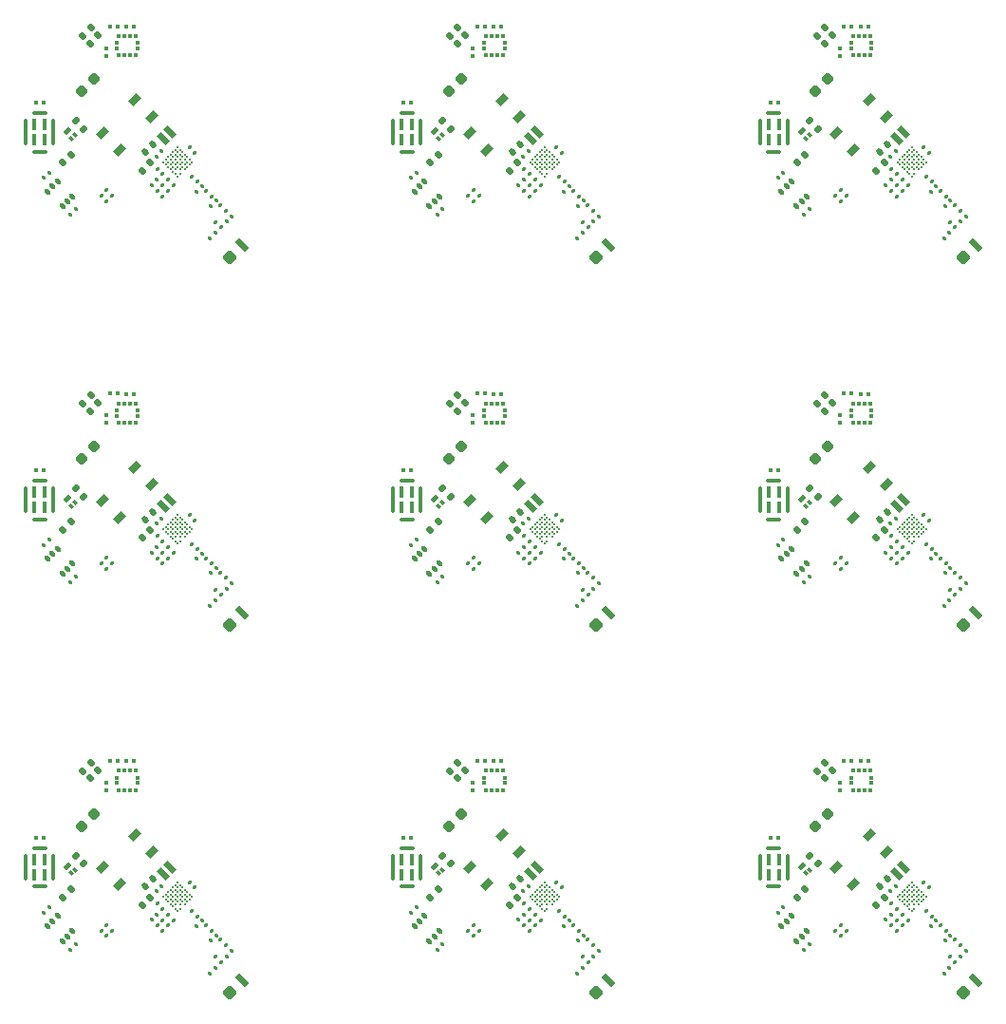
<source format=gtp>
%TF.GenerationSoftware,KiCad,Pcbnew,9.0.0-rc2-3baa6cd791~182~ubuntu24.04.1*%
%TF.CreationDate,2025-01-31T11:47:19-05:00*%
%TF.ProjectId,PCA20073_nRF54L15_Tiny_Board,50434132-3030-4373-935f-6e524635344c,rev?*%
%TF.SameCoordinates,Original*%
%TF.FileFunction,Paste,Top*%
%TF.FilePolarity,Positive*%
%FSLAX45Y45*%
G04 Gerber Fmt 4.5, Leading zero omitted, Abs format (unit mm)*
G04 Created by KiCad (PCBNEW 9.0.0-rc2-3baa6cd791~182~ubuntu24.04.1) date 2025-01-31 11:47:19*
%MOMM*%
%LPD*%
G01*
G04 APERTURE LIST*
G04 Aperture macros list*
%AMRoundRect*
0 Rectangle with rounded corners*
0 $1 Rounding radius*
0 $2 $3 $4 $5 $6 $7 $8 $9 X,Y pos of 4 corners*
0 Add a 4 corners polygon primitive as box body*
4,1,4,$2,$3,$4,$5,$6,$7,$8,$9,$2,$3,0*
0 Add four circle primitives for the rounded corners*
1,1,$1+$1,$2,$3*
1,1,$1+$1,$4,$5*
1,1,$1+$1,$6,$7*
1,1,$1+$1,$8,$9*
0 Add four rect primitives between the rounded corners*
20,1,$1+$1,$2,$3,$4,$5,0*
20,1,$1+$1,$4,$5,$6,$7,0*
20,1,$1+$1,$6,$7,$8,$9,0*
20,1,$1+$1,$8,$9,$2,$3,0*%
%AMRotRect*
0 Rectangle, with rotation*
0 The origin of the aperture is its center*
0 $1 length*
0 $2 width*
0 $3 Rotation angle, in degrees counterclockwise*
0 Add horizontal line*
21,1,$1,$2,0,0,$3*%
G04 Aperture macros list end*
%ADD10RoundRect,0.079500X-0.127279X-0.014849X-0.014849X-0.127279X0.127279X0.014849X0.014849X0.127279X0*%
%ADD11RoundRect,0.079500X-0.100500X0.079500X-0.100500X-0.079500X0.100500X-0.079500X0.100500X0.079500X0*%
%ADD12RoundRect,0.079500X-0.014849X0.127279X-0.127279X0.014849X0.014849X-0.127279X0.127279X-0.014849X0*%
%ADD13RoundRect,0.079500X-0.079500X-0.100500X0.079500X-0.100500X0.079500X0.100500X-0.079500X0.100500X0*%
%ADD14RoundRect,0.135000X-0.226274X-0.035355X-0.035355X-0.226274X0.226274X0.035355X0.035355X0.226274X0*%
%ADD15RoundRect,0.079500X0.127279X0.014849X0.014849X0.127279X-0.127279X-0.014849X-0.014849X-0.127279X0*%
%ADD16RoundRect,0.079500X0.014849X-0.127279X0.127279X-0.014849X-0.014849X0.127279X-0.127279X0.014849X0*%
%ADD17RoundRect,0.135000X-0.035355X0.226274X-0.226274X0.035355X0.035355X-0.226274X0.226274X-0.035355X0*%
%ADD18C,0.200000*%
%ADD19RoundRect,0.140000X-0.021213X0.219203X-0.219203X0.021213X0.021213X-0.219203X0.219203X-0.021213X0*%
%ADD20RoundRect,0.075000X-0.282843X0.530330X-0.530330X0.282843X0.282843X-0.530330X0.530330X-0.282843X0*%
%ADD21RoundRect,0.150000X0.000000X0.494975X-0.494975X0.000000X0.000000X-0.494975X0.494975X0.000000X0*%
%ADD22RotRect,0.250000X0.400000X45.000000*%
%ADD23RotRect,0.700000X0.400000X45.000000*%
%ADD24RoundRect,0.100000X-0.229810X0.088388X0.088388X-0.229810X0.229810X-0.088388X-0.088388X0.229810X0*%
%ADD25RoundRect,0.147500X0.017678X-0.226274X0.226274X-0.017678X-0.017678X0.226274X-0.226274X0.017678X0*%
%ADD26RotRect,0.575000X1.114000X45.000000*%
%ADD27RoundRect,0.060000X-0.140000X-0.415000X0.140000X-0.415000X0.140000X0.415000X-0.140000X0.415000X0*%
%ADD28RoundRect,0.052500X-0.122500X1.097500X-0.122500X-1.097500X0.122500X-1.097500X0.122500X1.097500X0*%
%ADD29RoundRect,0.052500X0.597500X0.122500X-0.597500X0.122500X-0.597500X-0.122500X0.597500X-0.122500X0*%
%ADD30RoundRect,0.079500X0.079500X0.100500X-0.079500X0.100500X-0.079500X-0.100500X0.079500X-0.100500X0*%
%ADD31RoundRect,0.218750X0.026517X-0.335876X0.335876X-0.026517X-0.026517X0.335876X-0.335876X0.026517X0*%
%ADD32RoundRect,0.033000X0.132000X-0.162000X0.132000X0.162000X-0.132000X0.162000X-0.132000X-0.162000X0*%
%ADD33RoundRect,0.033000X0.162000X-0.132000X0.162000X0.132000X-0.162000X0.132000X-0.162000X-0.132000X0*%
%ADD34C,0.150000*%
%ADD35RotRect,1.050000X0.650000X45.000000*%
G04 APERTURE END LIST*
D10*
%TO.C,C2*%
X11806265Y-5089570D03*
X11855056Y-5138361D03*
%TD*%
%TO.C,C12*%
X11855763Y-5040073D03*
X11904553Y-5088863D03*
%TD*%
D11*
%TO.C,C16*%
X17900014Y-3817011D03*
X17900014Y-3886011D03*
%TD*%
D10*
%TO.C,L2*%
X12116417Y-4961315D03*
X12165207Y-5010106D03*
%TD*%
D12*
%TO.C,C4*%
X14118498Y-11476414D03*
X14069708Y-11525205D03*
%TD*%
D10*
%TO.C,C2*%
X11806265Y-11639318D03*
X11855056Y-11688108D03*
%TD*%
D11*
%TO.C,C16*%
X11350266Y-7091885D03*
X11350266Y-7160885D03*
%TD*%
D13*
%TO.C,C20*%
X10726039Y-10855221D03*
X10795039Y-10855221D03*
%TD*%
D14*
%TO.C,R1*%
X14354318Y-7740861D03*
X14426443Y-7812985D03*
%TD*%
D10*
%TO.C,C2*%
X11806265Y-8364444D03*
X11855056Y-8413234D03*
%TD*%
D12*
%TO.C,C6*%
X15481093Y-8322456D03*
X15432302Y-8371246D03*
%TD*%
D15*
%TO.C,C1*%
X15130637Y-8215952D03*
X15081846Y-8167161D03*
%TD*%
D16*
%TO.C,FB1*%
X11755354Y-5037952D03*
X11804144Y-4989161D03*
%TD*%
D17*
%TO.C,JP3*%
X14489375Y-6912839D03*
X14417251Y-6984963D03*
%TD*%
D12*
%TO.C,C11*%
X15121444Y-11284350D03*
X15072654Y-11333140D03*
%TD*%
D18*
%TO.C,U1*%
X18539323Y-8234789D03*
X18518110Y-8213576D03*
X18496897Y-8192362D03*
X18475684Y-8171149D03*
X18454470Y-8149936D03*
X18433257Y-8128723D03*
X18412044Y-8107510D03*
X18560536Y-8213576D03*
X18518110Y-8171149D03*
X18496897Y-8149936D03*
X18475684Y-8128723D03*
X18454470Y-8107510D03*
X18433257Y-8086296D03*
X18560536Y-8171149D03*
X18539323Y-8149936D03*
X18518110Y-8128723D03*
X18496897Y-8107510D03*
X18475684Y-8086296D03*
X18454470Y-8065083D03*
X18602963Y-8171149D03*
X18581750Y-8149936D03*
X18560536Y-8128723D03*
X18539323Y-8107510D03*
X18518110Y-8086296D03*
X18496897Y-8065083D03*
X18475684Y-8043870D03*
X18624176Y-8149936D03*
X18602963Y-8128723D03*
X18581750Y-8107510D03*
X18560536Y-8086296D03*
X18539323Y-8065083D03*
X18518110Y-8043870D03*
X18496897Y-8022657D03*
X18645389Y-8128723D03*
X18624176Y-8107510D03*
X18602963Y-8086296D03*
X18581750Y-8065083D03*
X18560536Y-8043870D03*
X18539323Y-8022657D03*
X18518110Y-8001444D03*
X18666602Y-8107510D03*
X18645389Y-8086296D03*
X18624176Y-8065083D03*
X18602963Y-8043870D03*
X18581750Y-8022657D03*
X18560536Y-8001444D03*
X18539323Y-7980230D03*
%TD*%
D12*
%TO.C,C4*%
X17393372Y-4926667D03*
X17344581Y-4975457D03*
%TD*%
D10*
%TO.C,L3*%
X12243696Y-8363468D03*
X12292486Y-8412259D03*
%TD*%
%TO.C,R2*%
X17857234Y-11683597D03*
X17906024Y-11732387D03*
%TD*%
D19*
%TO.C,C10*%
X15043040Y-4673876D03*
X14975158Y-4741759D03*
%TD*%
D10*
%TO.C,L2*%
X12116417Y-8236189D03*
X12165207Y-8284979D03*
%TD*%
D12*
%TO.C,C9*%
X18883246Y-8449735D03*
X18834455Y-8498526D03*
%TD*%
D18*
%TO.C,U1*%
X11989576Y-8234789D03*
X11968362Y-8213576D03*
X11947149Y-8192362D03*
X11925936Y-8171149D03*
X11904723Y-8149936D03*
X11883510Y-8128723D03*
X11862296Y-8107510D03*
X12010789Y-8213576D03*
X11968362Y-8171149D03*
X11947149Y-8149936D03*
X11925936Y-8128723D03*
X11904723Y-8107510D03*
X11883510Y-8086296D03*
X12010789Y-8171149D03*
X11989576Y-8149936D03*
X11968362Y-8128723D03*
X11947149Y-8107510D03*
X11925936Y-8086296D03*
X11904723Y-8065083D03*
X12053215Y-8171149D03*
X12032002Y-8149936D03*
X12010789Y-8128723D03*
X11989576Y-8107510D03*
X11968362Y-8086296D03*
X11947149Y-8065083D03*
X11925936Y-8043870D03*
X12074429Y-8149936D03*
X12053215Y-8128723D03*
X12032002Y-8107510D03*
X12010789Y-8086296D03*
X11989576Y-8065083D03*
X11968362Y-8043870D03*
X11947149Y-8022657D03*
X12095642Y-8128723D03*
X12074429Y-8107510D03*
X12053215Y-8086296D03*
X12032002Y-8065083D03*
X12010789Y-8043870D03*
X11989576Y-8022657D03*
X11968362Y-8001444D03*
X12116855Y-8107510D03*
X12095642Y-8086296D03*
X12074429Y-8065083D03*
X12053215Y-8043870D03*
X12032002Y-8022657D03*
X12010789Y-8001444D03*
X11989576Y-7980230D03*
%TD*%
D10*
%TO.C,R3*%
X14631858Y-8359225D03*
X14680648Y-8408016D03*
%TD*%
D18*
%TO.C,U1*%
X18539323Y-11509663D03*
X18518110Y-11488449D03*
X18496897Y-11467236D03*
X18475684Y-11446023D03*
X18454470Y-11424810D03*
X18433257Y-11403596D03*
X18412044Y-11382383D03*
X18560536Y-11488449D03*
X18518110Y-11446023D03*
X18496897Y-11424810D03*
X18475684Y-11403596D03*
X18454470Y-11382383D03*
X18433257Y-11361170D03*
X18560536Y-11446023D03*
X18539323Y-11424810D03*
X18518110Y-11403596D03*
X18496897Y-11382383D03*
X18475684Y-11361170D03*
X18454470Y-11339957D03*
X18602963Y-11446023D03*
X18581750Y-11424810D03*
X18560536Y-11403596D03*
X18539323Y-11382383D03*
X18518110Y-11361170D03*
X18496897Y-11339957D03*
X18475684Y-11318744D03*
X18624176Y-11424810D03*
X18602963Y-11403596D03*
X18581750Y-11382383D03*
X18560536Y-11361170D03*
X18539323Y-11339957D03*
X18518110Y-11318744D03*
X18496897Y-11297530D03*
X18645389Y-11403596D03*
X18624176Y-11382383D03*
X18602963Y-11361170D03*
X18581750Y-11339957D03*
X18560536Y-11318744D03*
X18539323Y-11297530D03*
X18518110Y-11276317D03*
X18666602Y-11382383D03*
X18645389Y-11361170D03*
X18624176Y-11339957D03*
X18602963Y-11318744D03*
X18581750Y-11297530D03*
X18560536Y-11276317D03*
X18539323Y-11255104D03*
%TD*%
D10*
%TO.C,L4*%
X18920722Y-5215874D03*
X18969513Y-5264664D03*
%TD*%
D20*
%TO.C,AE1*%
X19109874Y-8849604D03*
D21*
X19000272Y-8959206D03*
%TD*%
D16*
%TO.C,FB1*%
X11755354Y-8312825D03*
X11804144Y-8264035D03*
%TD*%
D12*
%TO.C,C6*%
X18755967Y-11597330D03*
X18707176Y-11646120D03*
%TD*%
D15*
%TO.C,C8*%
X12142639Y-8024704D03*
X12093849Y-7975914D03*
%TD*%
D10*
%TO.C,L4*%
X15645849Y-5215874D03*
X15694639Y-5264664D03*
%TD*%
%TO.C,R3*%
X11356984Y-5084352D03*
X11405774Y-5133142D03*
%TD*%
D22*
%TO.C,Q1*%
X17592776Y-4624025D03*
X17624596Y-4592206D03*
D23*
X17559188Y-4558618D03*
%TD*%
D16*
%TO.C,FB1*%
X18305101Y-8312825D03*
X18353892Y-8264035D03*
%TD*%
D24*
%TO.C,U2*%
X10917517Y-8278969D03*
X10871555Y-8324931D03*
X10825593Y-8370893D03*
X10959943Y-8505243D03*
X11005905Y-8459281D03*
X11051867Y-8413319D03*
%TD*%
D10*
%TO.C,C2*%
X18356013Y-5089570D03*
X18404803Y-5138361D03*
%TD*%
D15*
%TO.C,C1*%
X11855763Y-8215952D03*
X11806972Y-8167161D03*
%TD*%
D16*
%TO.C,FB1*%
X15030227Y-11587699D03*
X15079018Y-11538908D03*
%TD*%
D22*
%TO.C,Q1*%
X14317902Y-4624025D03*
X14349722Y-4592206D03*
D23*
X14284315Y-4558618D03*
%TD*%
D10*
%TO.C,L2*%
X15391290Y-4961315D03*
X15440081Y-5010106D03*
%TD*%
D25*
%TO.C,L1*%
X18223077Y-11459005D03*
X18291666Y-11390416D03*
%TD*%
D26*
%TO.C,Y1*%
X11859523Y-7903282D03*
X11917860Y-7844945D03*
%TD*%
D13*
%TO.C,C20*%
X17275787Y-4305474D03*
X17344787Y-4305474D03*
%TD*%
D15*
%TO.C,C8*%
X18692387Y-4749831D03*
X18643596Y-4701040D03*
%TD*%
%TO.C,L18*%
X12376632Y-5416692D03*
X12327841Y-5367902D03*
%TD*%
D13*
%TO.C,C20*%
X10726039Y-7580347D03*
X10795039Y-7580347D03*
%TD*%
D12*
%TO.C,C11*%
X11846570Y-11284350D03*
X11797780Y-11333140D03*
%TD*%
D14*
%TO.C,R1*%
X11079445Y-11015734D03*
X11151569Y-11087859D03*
%TD*%
D26*
%TO.C,Y1*%
X11859523Y-4628408D03*
X11917860Y-4570072D03*
%TD*%
D27*
%TO.C,MK1*%
X13988443Y-11051624D03*
X13988443Y-11186624D03*
X14078443Y-11186624D03*
X14078443Y-11051624D03*
D28*
X13910943Y-11119124D03*
D29*
X14033443Y-10946624D03*
X14033443Y-11291624D03*
D28*
X14155943Y-11119124D03*
%TD*%
D15*
%TO.C,C8*%
X12142639Y-11299578D03*
X12093849Y-11250788D03*
%TD*%
D24*
%TO.C,U2*%
X14192391Y-5004095D03*
X14146429Y-5050057D03*
X14100467Y-5096019D03*
X14234817Y-5230369D03*
X14280779Y-5184407D03*
X14326741Y-5138446D03*
%TD*%
D30*
%TO.C,C17*%
X14728229Y-6897989D03*
X14659229Y-6897989D03*
%TD*%
D31*
%TO.C,D1*%
X14405407Y-10753928D03*
X14516776Y-10642559D03*
%TD*%
D15*
%TO.C,C1*%
X15130637Y-4941078D03*
X15081846Y-4892288D03*
%TD*%
D16*
%TO.C,C3*%
X14304467Y-5302141D03*
X14353258Y-5253350D03*
%TD*%
D17*
%TO.C,JP3*%
X11214502Y-6912839D03*
X11142377Y-6984963D03*
%TD*%
D12*
%TO.C,L6*%
X15749086Y-8590449D03*
X15700296Y-8639240D03*
%TD*%
D22*
%TO.C,Q1*%
X11043029Y-7898899D03*
X11074848Y-7867079D03*
D23*
X11009441Y-7833492D03*
%TD*%
D27*
%TO.C,MK1*%
X13988443Y-4501876D03*
X13988443Y-4636876D03*
X14078443Y-4636876D03*
X14078443Y-4501876D03*
D28*
X13910943Y-4569376D03*
D29*
X14033443Y-4396876D03*
X14033443Y-4741876D03*
D28*
X14155943Y-4569376D03*
%TD*%
D10*
%TO.C,C5*%
X18455715Y-8266156D03*
X18504505Y-8314946D03*
%TD*%
D19*
%TO.C,C10*%
X11768166Y-7948750D03*
X11700284Y-8016632D03*
%TD*%
D12*
%TO.C,L7*%
X15599887Y-12014523D03*
X15551096Y-12063313D03*
%TD*%
D17*
%TO.C,JP2*%
X14555844Y-3704433D03*
X14483719Y-3776558D03*
%TD*%
D15*
%TO.C,C8*%
X15417513Y-11299578D03*
X15368722Y-11250788D03*
%TD*%
D32*
%TO.C,U3*%
X14739645Y-3880943D03*
X14789645Y-3880943D03*
X14839645Y-3880943D03*
X14889645Y-3880943D03*
D33*
X14906085Y-3819943D03*
X14906085Y-3769943D03*
D32*
X14889645Y-3708943D03*
X14839645Y-3708943D03*
X14789645Y-3708943D03*
X14739645Y-3708943D03*
D33*
X14723205Y-3769943D03*
X14723205Y-3819943D03*
%TD*%
D12*
%TO.C,L7*%
X18874761Y-5464775D03*
X18825970Y-5513566D03*
%TD*%
D11*
%TO.C,C16*%
X11350266Y-3817011D03*
X11350266Y-3886011D03*
%TD*%
D10*
%TO.C,L2*%
X15391290Y-11511063D03*
X15440081Y-11559853D03*
%TD*%
D12*
%TO.C,C11*%
X15121444Y-4734603D03*
X15072654Y-4783393D03*
%TD*%
D15*
%TO.C,C8*%
X15417513Y-4749831D03*
X15368722Y-4701040D03*
%TD*%
D10*
%TO.C,C5*%
X15180841Y-11541030D03*
X15229632Y-11589820D03*
%TD*%
D15*
%TO.C,C1*%
X18405510Y-4941078D03*
X18356720Y-4892288D03*
%TD*%
D11*
%TO.C,C16*%
X11350266Y-10366759D03*
X11350266Y-10435759D03*
%TD*%
D17*
%TO.C,JP3*%
X11214502Y-10187712D03*
X11142377Y-10259837D03*
%TD*%
%TO.C,JP2*%
X11280970Y-6979307D03*
X11208845Y-7051431D03*
%TD*%
D12*
%TO.C,L6*%
X19023960Y-11865323D03*
X18975170Y-11914113D03*
%TD*%
D15*
%TO.C,C8*%
X12142639Y-4749831D03*
X12093849Y-4701040D03*
%TD*%
D18*
%TO.C,U1*%
X11989576Y-11509663D03*
X11968362Y-11488449D03*
X11947149Y-11467236D03*
X11925936Y-11446023D03*
X11904723Y-11424810D03*
X11883510Y-11403596D03*
X11862296Y-11382383D03*
X12010789Y-11488449D03*
X11968362Y-11446023D03*
X11947149Y-11424810D03*
X11925936Y-11403596D03*
X11904723Y-11382383D03*
X11883510Y-11361170D03*
X12010789Y-11446023D03*
X11989576Y-11424810D03*
X11968362Y-11403596D03*
X11947149Y-11382383D03*
X11925936Y-11361170D03*
X11904723Y-11339957D03*
X12053215Y-11446023D03*
X12032002Y-11424810D03*
X12010789Y-11403596D03*
X11989576Y-11382383D03*
X11968362Y-11361170D03*
X11947149Y-11339957D03*
X11925936Y-11318744D03*
X12074429Y-11424810D03*
X12053215Y-11403596D03*
X12032002Y-11382383D03*
X12010789Y-11361170D03*
X11989576Y-11339957D03*
X11968362Y-11318744D03*
X11947149Y-11297530D03*
X12095642Y-11403596D03*
X12074429Y-11382383D03*
X12053215Y-11361170D03*
X12032002Y-11339957D03*
X12010789Y-11318744D03*
X11989576Y-11297530D03*
X11968362Y-11276317D03*
X12116855Y-11382383D03*
X12095642Y-11361170D03*
X12074429Y-11339957D03*
X12053215Y-11318744D03*
X12032002Y-11297530D03*
X12010789Y-11276317D03*
X11989576Y-11255104D03*
%TD*%
D10*
%TO.C,L2*%
X18666164Y-11511063D03*
X18714954Y-11559853D03*
%TD*%
D14*
%TO.C,R1*%
X11079445Y-4465987D03*
X11151569Y-4538112D03*
%TD*%
D10*
%TO.C,L4*%
X15645849Y-11765621D03*
X15694639Y-11814411D03*
%TD*%
D30*
%TO.C,C17*%
X11453356Y-3623116D03*
X11384356Y-3623116D03*
%TD*%
D19*
%TO.C,C10*%
X15043040Y-11223624D03*
X14975158Y-11291506D03*
%TD*%
D10*
%TO.C,L3*%
X15518569Y-11638342D03*
X15567360Y-11687132D03*
%TD*%
D25*
%TO.C,L1*%
X11673329Y-4909258D03*
X11741919Y-4840669D03*
%TD*%
D10*
%TO.C,C5*%
X15180841Y-8266156D03*
X15229632Y-8314946D03*
%TD*%
D12*
%TO.C,C4*%
X10843624Y-8201541D03*
X10794834Y-8250331D03*
%TD*%
D15*
%TO.C,L18*%
X18926379Y-8691566D03*
X18877589Y-8642775D03*
%TD*%
D16*
%TO.C,FB1*%
X15030227Y-8312825D03*
X15079018Y-8264035D03*
%TD*%
D14*
%TO.C,R1*%
X14354318Y-11015734D03*
X14426443Y-11087859D03*
%TD*%
D19*
%TO.C,C10*%
X18317914Y-7948750D03*
X18250032Y-8016632D03*
%TD*%
D12*
%TO.C,C6*%
X12206219Y-5047582D03*
X12157429Y-5096373D03*
%TD*%
D10*
%TO.C,C5*%
X18455715Y-4991282D03*
X18504505Y-5040073D03*
%TD*%
D32*
%TO.C,U3*%
X18014518Y-3880943D03*
X18064518Y-3880943D03*
X18114518Y-3880943D03*
X18164518Y-3880943D03*
D33*
X18180958Y-3819943D03*
X18180958Y-3769943D03*
D32*
X18164518Y-3708943D03*
X18114518Y-3708943D03*
X18064518Y-3708943D03*
X18014518Y-3708943D03*
D33*
X17998078Y-3769943D03*
X17998078Y-3819943D03*
%TD*%
D19*
%TO.C,C10*%
X18317914Y-11223624D03*
X18250032Y-11291506D03*
%TD*%
D12*
%TO.C,C6*%
X12206219Y-11597330D03*
X12157429Y-11646120D03*
%TD*%
D15*
%TO.C,C1*%
X11855763Y-4941078D03*
X11806972Y-4892288D03*
%TD*%
D10*
%TO.C,C12*%
X11855763Y-11589820D03*
X11904553Y-11638611D03*
%TD*%
D17*
%TO.C,R4*%
X17587473Y-8041381D03*
X17515348Y-8113506D03*
%TD*%
%TO.C,JP3*%
X17764249Y-3637965D03*
X17692124Y-3710090D03*
%TD*%
D24*
%TO.C,U2*%
X17467264Y-8278969D03*
X17421303Y-8324931D03*
X17375341Y-8370893D03*
X17509691Y-8505243D03*
X17555653Y-8459281D03*
X17601615Y-8413319D03*
%TD*%
D12*
%TO.C,C9*%
X12333498Y-11724609D03*
X12284708Y-11773399D03*
%TD*%
D16*
%TO.C,C3*%
X11029594Y-5302141D03*
X11078384Y-5253350D03*
%TD*%
D13*
%TO.C,C15*%
X18081889Y-10173570D03*
X18150889Y-10173570D03*
%TD*%
D10*
%TO.C,L2*%
X15391290Y-8236189D03*
X15440081Y-8284979D03*
%TD*%
D11*
%TO.C,C16*%
X14625140Y-10366759D03*
X14625140Y-10435759D03*
%TD*%
D17*
%TO.C,JP2*%
X11280970Y-3704433D03*
X11208845Y-3776558D03*
%TD*%
D10*
%TO.C,R3*%
X17906731Y-5084352D03*
X17955522Y-5133142D03*
%TD*%
%TO.C,L3*%
X15518569Y-8363468D03*
X15567360Y-8412259D03*
%TD*%
%TO.C,C5*%
X11905967Y-4991282D03*
X11954758Y-5040073D03*
%TD*%
%TO.C,L3*%
X18793443Y-5088595D03*
X18842234Y-5137385D03*
%TD*%
%TO.C,R3*%
X11356984Y-8359225D03*
X11405774Y-8408016D03*
%TD*%
D12*
%TO.C,L7*%
X12325013Y-8739649D03*
X12276223Y-8788439D03*
%TD*%
D34*
%TO.C,Y2*%
X15275947Y-5118208D03*
X15258269Y-5135886D03*
X15240592Y-5118208D03*
X15258269Y-5100530D03*
%TD*%
D30*
%TO.C,C17*%
X18003103Y-10172863D03*
X17934103Y-10172863D03*
%TD*%
D10*
%TO.C,C2*%
X15081139Y-11639318D03*
X15129929Y-11688108D03*
%TD*%
D12*
%TO.C,L7*%
X18874761Y-8739649D03*
X18825970Y-8788439D03*
%TD*%
D17*
%TO.C,JP2*%
X14555844Y-6979307D03*
X14483719Y-7051431D03*
%TD*%
D13*
%TO.C,C15*%
X14807015Y-6898696D03*
X14876015Y-6898696D03*
%TD*%
D17*
%TO.C,JP3*%
X14489375Y-3637965D03*
X14417251Y-3710090D03*
%TD*%
D22*
%TO.C,Q1*%
X11043029Y-4624025D03*
X11074848Y-4592206D03*
D23*
X11009441Y-4558618D03*
%TD*%
D27*
%TO.C,MK1*%
X13988443Y-7776750D03*
X13988443Y-7911750D03*
X14078443Y-7911750D03*
X14078443Y-7776750D03*
D28*
X13910943Y-7844250D03*
D29*
X14033443Y-7671750D03*
X14033443Y-8016750D03*
D28*
X14155943Y-7844250D03*
%TD*%
D10*
%TO.C,C12*%
X15130637Y-11589820D03*
X15179427Y-11638611D03*
%TD*%
D12*
%TO.C,L6*%
X12474213Y-5315576D03*
X12425422Y-5364366D03*
%TD*%
D34*
%TO.C,Y2*%
X12001073Y-8393082D03*
X11983396Y-8410760D03*
X11965718Y-8393082D03*
X11983396Y-8375404D03*
%TD*%
D10*
%TO.C,C2*%
X15081139Y-5089570D03*
X15129929Y-5138361D03*
%TD*%
D15*
%TO.C,C8*%
X18692387Y-11299578D03*
X18643596Y-11250788D03*
%TD*%
D35*
%TO.C,SW1*%
X14591906Y-11122508D03*
X14885355Y-10829058D03*
X14743934Y-11274535D03*
X15035616Y-10982854D03*
%TD*%
D20*
%TO.C,AE1*%
X19109874Y-5574730D03*
D21*
X19000272Y-5684332D03*
%TD*%
D19*
%TO.C,C10*%
X18317914Y-4673876D03*
X18250032Y-4741759D03*
%TD*%
D26*
%TO.C,Y1*%
X15134397Y-4628408D03*
X15192733Y-4570072D03*
%TD*%
D10*
%TO.C,L3*%
X12243696Y-11638342D03*
X12292486Y-11687132D03*
%TD*%
%TO.C,L2*%
X18666164Y-8236189D03*
X18714954Y-8284979D03*
%TD*%
D18*
%TO.C,U1*%
X11989576Y-4959915D03*
X11968362Y-4938702D03*
X11947149Y-4917489D03*
X11925936Y-4896276D03*
X11904723Y-4875062D03*
X11883510Y-4853849D03*
X11862296Y-4832636D03*
X12010789Y-4938702D03*
X11968362Y-4896276D03*
X11947149Y-4875062D03*
X11925936Y-4853849D03*
X11904723Y-4832636D03*
X11883510Y-4811423D03*
X12010789Y-4896276D03*
X11989576Y-4875062D03*
X11968362Y-4853849D03*
X11947149Y-4832636D03*
X11925936Y-4811423D03*
X11904723Y-4790210D03*
X12053215Y-4896276D03*
X12032002Y-4875062D03*
X12010789Y-4853849D03*
X11989576Y-4832636D03*
X11968362Y-4811423D03*
X11947149Y-4790210D03*
X11925936Y-4768996D03*
X12074429Y-4875062D03*
X12053215Y-4853849D03*
X12032002Y-4832636D03*
X12010789Y-4811423D03*
X11989576Y-4790210D03*
X11968362Y-4768996D03*
X11947149Y-4747783D03*
X12095642Y-4853849D03*
X12074429Y-4832636D03*
X12053215Y-4811423D03*
X12032002Y-4790210D03*
X12010789Y-4768996D03*
X11989576Y-4747783D03*
X11968362Y-4726570D03*
X12116855Y-4832636D03*
X12095642Y-4811423D03*
X12074429Y-4790210D03*
X12053215Y-4768996D03*
X12032002Y-4747783D03*
X12010789Y-4726570D03*
X11989576Y-4705357D03*
%TD*%
D14*
%TO.C,R1*%
X14354318Y-4465987D03*
X14426443Y-4538112D03*
%TD*%
D10*
%TO.C,R3*%
X14631858Y-11634099D03*
X14680648Y-11682890D03*
%TD*%
D22*
%TO.C,Q1*%
X17592776Y-11173773D03*
X17624596Y-11141953D03*
D23*
X17559188Y-11108365D03*
%TD*%
D16*
%TO.C,C3*%
X17579341Y-5302141D03*
X17628131Y-5253350D03*
%TD*%
D24*
%TO.C,U2*%
X10917517Y-5004095D03*
X10871555Y-5050057D03*
X10825593Y-5096019D03*
X10959943Y-5230369D03*
X11005905Y-5184407D03*
X11051867Y-5138446D03*
%TD*%
D13*
%TO.C,C20*%
X10726039Y-4305474D03*
X10795039Y-4305474D03*
%TD*%
D10*
%TO.C,L2*%
X18666164Y-4961315D03*
X18714954Y-5010106D03*
%TD*%
D16*
%TO.C,FB1*%
X18305101Y-5037952D03*
X18353892Y-4989161D03*
%TD*%
D13*
%TO.C,C15*%
X18081889Y-3623823D03*
X18150889Y-3623823D03*
%TD*%
D34*
%TO.C,Y2*%
X12001073Y-5118208D03*
X11983396Y-5135886D03*
X11965718Y-5118208D03*
X11983396Y-5100530D03*
%TD*%
D10*
%TO.C,C12*%
X18405510Y-11589820D03*
X18454301Y-11638611D03*
%TD*%
D14*
%TO.C,R1*%
X17629192Y-4465987D03*
X17701317Y-4538112D03*
%TD*%
D10*
%TO.C,R3*%
X17906731Y-11634099D03*
X17955522Y-11682890D03*
%TD*%
%TO.C,C2*%
X15081139Y-8364444D03*
X15129929Y-8413234D03*
%TD*%
D12*
%TO.C,C4*%
X17393372Y-8201541D03*
X17344581Y-8250331D03*
%TD*%
D25*
%TO.C,L1*%
X14948203Y-8184132D03*
X15016792Y-8115542D03*
%TD*%
D35*
%TO.C,SW1*%
X17866780Y-11122508D03*
X18160229Y-10829058D03*
X18018808Y-11274535D03*
X18310489Y-10982854D03*
%TD*%
D10*
%TO.C,R2*%
X14582360Y-5133849D03*
X14631150Y-5182640D03*
%TD*%
D35*
%TO.C,SW1*%
X14591906Y-7847634D03*
X14885355Y-7554184D03*
X14743934Y-7999662D03*
X15035616Y-7707980D03*
%TD*%
D31*
%TO.C,D1*%
X11130533Y-10753928D03*
X11241902Y-10642559D03*
%TD*%
D13*
%TO.C,C20*%
X14000913Y-7580347D03*
X14069913Y-7580347D03*
%TD*%
D15*
%TO.C,L18*%
X15651506Y-5416692D03*
X15602715Y-5367902D03*
%TD*%
D16*
%TO.C,C3*%
X17579341Y-11851888D03*
X17628131Y-11803098D03*
%TD*%
%TO.C,FB1*%
X18305101Y-11587699D03*
X18353892Y-11538908D03*
%TD*%
D32*
%TO.C,U3*%
X18014518Y-7155816D03*
X18064518Y-7155816D03*
X18114518Y-7155816D03*
X18164518Y-7155816D03*
D33*
X18180958Y-7094816D03*
X18180958Y-7044816D03*
D32*
X18164518Y-6983816D03*
X18114518Y-6983816D03*
X18064518Y-6983816D03*
X18014518Y-6983816D03*
D33*
X17998078Y-7044816D03*
X17998078Y-7094816D03*
%TD*%
D34*
%TO.C,Y2*%
X15275947Y-8393082D03*
X15258269Y-8410760D03*
X15240592Y-8393082D03*
X15258269Y-8375404D03*
%TD*%
D19*
%TO.C,C10*%
X11768166Y-11223624D03*
X11700284Y-11291506D03*
%TD*%
D14*
%TO.C,R1*%
X11079445Y-7740861D03*
X11151569Y-7812985D03*
%TD*%
D12*
%TO.C,C4*%
X14118498Y-4926667D03*
X14069708Y-4975457D03*
%TD*%
D26*
%TO.C,Y1*%
X15134397Y-11178155D03*
X15192733Y-11119819D03*
%TD*%
D12*
%TO.C,C6*%
X15481093Y-5047582D03*
X15432302Y-5096373D03*
%TD*%
D16*
%TO.C,C3*%
X11029594Y-11851888D03*
X11078384Y-11803098D03*
%TD*%
D31*
%TO.C,D1*%
X11130533Y-4204181D03*
X11241902Y-4092811D03*
%TD*%
D13*
%TO.C,C20*%
X17275787Y-10855221D03*
X17344787Y-10855221D03*
%TD*%
D10*
%TO.C,C2*%
X18356013Y-8364444D03*
X18404803Y-8413234D03*
%TD*%
D11*
%TO.C,C16*%
X17900014Y-10366759D03*
X17900014Y-10435759D03*
%TD*%
D13*
%TO.C,C15*%
X11532141Y-3623823D03*
X11601141Y-3623823D03*
%TD*%
D35*
%TO.C,SW1*%
X11317032Y-11122508D03*
X11610482Y-10829058D03*
X11469060Y-11274535D03*
X11760742Y-10982854D03*
%TD*%
D17*
%TO.C,R4*%
X14312599Y-8041381D03*
X14240474Y-8113506D03*
%TD*%
D26*
%TO.C,Y1*%
X15134397Y-7903282D03*
X15192733Y-7844945D03*
%TD*%
D18*
%TO.C,U1*%
X15264449Y-11509663D03*
X15243236Y-11488449D03*
X15222023Y-11467236D03*
X15200810Y-11446023D03*
X15179597Y-11424810D03*
X15158383Y-11403596D03*
X15137170Y-11382383D03*
X15285663Y-11488449D03*
X15243236Y-11446023D03*
X15222023Y-11424810D03*
X15200810Y-11403596D03*
X15179597Y-11382383D03*
X15158383Y-11361170D03*
X15285663Y-11446023D03*
X15264449Y-11424810D03*
X15243236Y-11403596D03*
X15222023Y-11382383D03*
X15200810Y-11361170D03*
X15179597Y-11339957D03*
X15328089Y-11446023D03*
X15306876Y-11424810D03*
X15285663Y-11403596D03*
X15264449Y-11382383D03*
X15243236Y-11361170D03*
X15222023Y-11339957D03*
X15200810Y-11318744D03*
X15349302Y-11424810D03*
X15328089Y-11403596D03*
X15306876Y-11382383D03*
X15285663Y-11361170D03*
X15264449Y-11339957D03*
X15243236Y-11318744D03*
X15222023Y-11297530D03*
X15370515Y-11403596D03*
X15349302Y-11382383D03*
X15328089Y-11361170D03*
X15306876Y-11339957D03*
X15285663Y-11318744D03*
X15264449Y-11297530D03*
X15243236Y-11276317D03*
X15391729Y-11382383D03*
X15370515Y-11361170D03*
X15349302Y-11339957D03*
X15328089Y-11318744D03*
X15306876Y-11297530D03*
X15285663Y-11276317D03*
X15264449Y-11255104D03*
%TD*%
D22*
%TO.C,Q1*%
X17592776Y-7898899D03*
X17624596Y-7867079D03*
D23*
X17559188Y-7833492D03*
%TD*%
D31*
%TO.C,D1*%
X14405407Y-4204181D03*
X14516776Y-4092811D03*
%TD*%
D16*
%TO.C,C3*%
X14304467Y-11851888D03*
X14353258Y-11803098D03*
%TD*%
D20*
%TO.C,AE1*%
X12560126Y-5574730D03*
D21*
X12450524Y-5684332D03*
%TD*%
D26*
%TO.C,Y1*%
X18409271Y-11178155D03*
X18467607Y-11119819D03*
%TD*%
D24*
%TO.C,U2*%
X17467264Y-5004095D03*
X17421303Y-5050057D03*
X17375341Y-5096019D03*
X17509691Y-5230369D03*
X17555653Y-5184407D03*
X17601615Y-5138446D03*
%TD*%
%TO.C,U2*%
X14192391Y-8278969D03*
X14146429Y-8324931D03*
X14100467Y-8370893D03*
X14234817Y-8505243D03*
X14280779Y-8459281D03*
X14326741Y-8413319D03*
%TD*%
D10*
%TO.C,R2*%
X11307486Y-5133849D03*
X11356277Y-5182640D03*
%TD*%
D12*
%TO.C,L6*%
X12474213Y-8590449D03*
X12425422Y-8639240D03*
%TD*%
D32*
%TO.C,U3*%
X11464771Y-10430690D03*
X11514771Y-10430690D03*
X11564771Y-10430690D03*
X11614771Y-10430690D03*
D33*
X11631211Y-10369690D03*
X11631211Y-10319690D03*
D32*
X11614771Y-10258690D03*
X11564771Y-10258690D03*
X11514771Y-10258690D03*
X11464771Y-10258690D03*
D33*
X11448331Y-10319690D03*
X11448331Y-10369690D03*
%TD*%
D15*
%TO.C,C1*%
X15130637Y-11490825D03*
X15081846Y-11442035D03*
%TD*%
%TO.C,L18*%
X12376632Y-8691566D03*
X12327841Y-8642775D03*
%TD*%
D10*
%TO.C,R3*%
X17906731Y-8359225D03*
X17955522Y-8408016D03*
%TD*%
D17*
%TO.C,R4*%
X14312599Y-11316255D03*
X14240474Y-11388380D03*
%TD*%
D22*
%TO.C,Q1*%
X14317902Y-11173773D03*
X14349722Y-11141953D03*
D23*
X14284315Y-11108365D03*
%TD*%
D16*
%TO.C,C3*%
X11029594Y-8577014D03*
X11078384Y-8528224D03*
%TD*%
D31*
%TO.C,D1*%
X14405407Y-7479054D03*
X14516776Y-7367685D03*
%TD*%
D12*
%TO.C,L7*%
X18874761Y-12014523D03*
X18825970Y-12063313D03*
%TD*%
D17*
%TO.C,R4*%
X17587473Y-11316255D03*
X17515348Y-11388380D03*
%TD*%
D26*
%TO.C,Y1*%
X11859523Y-11178155D03*
X11917860Y-11119819D03*
%TD*%
D14*
%TO.C,R1*%
X17629192Y-7740861D03*
X17701317Y-7812985D03*
%TD*%
D25*
%TO.C,L1*%
X11673329Y-8184132D03*
X11741919Y-8115542D03*
%TD*%
D27*
%TO.C,MK1*%
X10713570Y-7776750D03*
X10713570Y-7911750D03*
X10803570Y-7911750D03*
X10803570Y-7776750D03*
D28*
X10636070Y-7844250D03*
D29*
X10758570Y-7671750D03*
X10758570Y-8016750D03*
D28*
X10881070Y-7844250D03*
%TD*%
D15*
%TO.C,L18*%
X15651506Y-11966439D03*
X15602715Y-11917649D03*
%TD*%
%TO.C,C8*%
X18692387Y-8024704D03*
X18643596Y-7975914D03*
%TD*%
D17*
%TO.C,JP3*%
X11214502Y-3637965D03*
X11142377Y-3710090D03*
%TD*%
%TO.C,JP2*%
X11280970Y-10254180D03*
X11208845Y-10326305D03*
%TD*%
D10*
%TO.C,R2*%
X14582360Y-8408723D03*
X14631150Y-8457513D03*
%TD*%
D35*
%TO.C,SW1*%
X17866780Y-4572760D03*
X18160229Y-4279311D03*
X18018808Y-4724788D03*
X18310489Y-4433107D03*
%TD*%
D25*
%TO.C,L1*%
X14948203Y-4909258D03*
X15016792Y-4840669D03*
%TD*%
D10*
%TO.C,C12*%
X11855763Y-8314946D03*
X11904553Y-8363737D03*
%TD*%
D35*
%TO.C,SW1*%
X14591906Y-4572760D03*
X14885355Y-4279311D03*
X14743934Y-4724788D03*
X15035616Y-4433107D03*
%TD*%
D10*
%TO.C,R2*%
X14582360Y-11683597D03*
X14631150Y-11732387D03*
%TD*%
D15*
%TO.C,C1*%
X11855763Y-11490825D03*
X11806972Y-11442035D03*
%TD*%
D12*
%TO.C,L7*%
X12325013Y-5464775D03*
X12276223Y-5513566D03*
%TD*%
D17*
%TO.C,JP3*%
X17764249Y-6912839D03*
X17692124Y-6984963D03*
%TD*%
D10*
%TO.C,C5*%
X18455715Y-11541030D03*
X18504505Y-11589820D03*
%TD*%
D11*
%TO.C,C16*%
X17900014Y-7091885D03*
X17900014Y-7160885D03*
%TD*%
D10*
%TO.C,C2*%
X18356013Y-11639318D03*
X18404803Y-11688108D03*
%TD*%
D26*
%TO.C,Y1*%
X18409271Y-7903282D03*
X18467607Y-7844945D03*
%TD*%
D10*
%TO.C,C5*%
X11905967Y-11541030D03*
X11954758Y-11589820D03*
%TD*%
D12*
%TO.C,L6*%
X12474213Y-11865323D03*
X12425422Y-11914113D03*
%TD*%
%TO.C,C9*%
X12333498Y-8449735D03*
X12284708Y-8498526D03*
%TD*%
D34*
%TO.C,Y2*%
X12001073Y-11667955D03*
X11983396Y-11685633D03*
X11965718Y-11667955D03*
X11983396Y-11650278D03*
%TD*%
D24*
%TO.C,U2*%
X10917517Y-11553843D03*
X10871555Y-11599805D03*
X10825593Y-11645766D03*
X10959943Y-11780117D03*
X11005905Y-11734155D03*
X11051867Y-11688193D03*
%TD*%
D10*
%TO.C,L3*%
X18793443Y-8363468D03*
X18842234Y-8412259D03*
%TD*%
D12*
%TO.C,C4*%
X10843624Y-4926667D03*
X10794834Y-4975457D03*
%TD*%
D32*
%TO.C,U3*%
X14739645Y-7155816D03*
X14789645Y-7155816D03*
X14839645Y-7155816D03*
X14889645Y-7155816D03*
D33*
X14906085Y-7094816D03*
X14906085Y-7044816D03*
D32*
X14889645Y-6983816D03*
X14839645Y-6983816D03*
X14789645Y-6983816D03*
X14739645Y-6983816D03*
D33*
X14723205Y-7044816D03*
X14723205Y-7094816D03*
%TD*%
D10*
%TO.C,L3*%
X12243696Y-5088595D03*
X12292486Y-5137385D03*
%TD*%
D12*
%TO.C,L7*%
X12325013Y-12014523D03*
X12276223Y-12063313D03*
%TD*%
D30*
%TO.C,C17*%
X18003103Y-6897989D03*
X17934103Y-6897989D03*
%TD*%
D12*
%TO.C,L7*%
X15599887Y-8739649D03*
X15551096Y-8788439D03*
%TD*%
D17*
%TO.C,R4*%
X14312599Y-4766507D03*
X14240474Y-4838632D03*
%TD*%
D12*
%TO.C,C11*%
X11846570Y-8009476D03*
X11797780Y-8058267D03*
%TD*%
D25*
%TO.C,L1*%
X14948203Y-11459005D03*
X15016792Y-11390416D03*
%TD*%
D34*
%TO.C,Y2*%
X18550821Y-5118208D03*
X18533143Y-5135886D03*
X18515465Y-5118208D03*
X18533143Y-5100530D03*
%TD*%
D15*
%TO.C,C1*%
X18405510Y-11490825D03*
X18356720Y-11442035D03*
%TD*%
D11*
%TO.C,C16*%
X14625140Y-7091885D03*
X14625140Y-7160885D03*
%TD*%
D16*
%TO.C,FB1*%
X11755354Y-11587699D03*
X11804144Y-11538908D03*
%TD*%
D12*
%TO.C,C9*%
X18883246Y-11724609D03*
X18834455Y-11773399D03*
%TD*%
%TO.C,C6*%
X18755967Y-5047582D03*
X18707176Y-5096373D03*
%TD*%
%TO.C,C9*%
X15608372Y-5174862D03*
X15559582Y-5223652D03*
%TD*%
D10*
%TO.C,R2*%
X11307486Y-11683597D03*
X11356277Y-11732387D03*
%TD*%
D12*
%TO.C,C11*%
X18396318Y-4734603D03*
X18347528Y-4783393D03*
%TD*%
D17*
%TO.C,R4*%
X11037725Y-4766507D03*
X10965600Y-4838632D03*
%TD*%
D12*
%TO.C,C9*%
X15608372Y-11724609D03*
X15559582Y-11773399D03*
%TD*%
D34*
%TO.C,Y2*%
X18550821Y-8393082D03*
X18533143Y-8410760D03*
X18515465Y-8393082D03*
X18533143Y-8375404D03*
%TD*%
D20*
%TO.C,AE1*%
X12560126Y-8849604D03*
D21*
X12450524Y-8959206D03*
%TD*%
D19*
%TO.C,C10*%
X15043040Y-7948750D03*
X14975158Y-8016632D03*
%TD*%
D12*
%TO.C,C6*%
X18755967Y-8322456D03*
X18707176Y-8371246D03*
%TD*%
D10*
%TO.C,R2*%
X17857234Y-8408723D03*
X17906024Y-8457513D03*
%TD*%
D12*
%TO.C,C9*%
X15608372Y-8449735D03*
X15559582Y-8498526D03*
%TD*%
D16*
%TO.C,FB1*%
X15030227Y-5037952D03*
X15079018Y-4989161D03*
%TD*%
D10*
%TO.C,R2*%
X17857234Y-5133849D03*
X17906024Y-5182640D03*
%TD*%
D12*
%TO.C,L7*%
X15599887Y-5464775D03*
X15551096Y-5513566D03*
%TD*%
D25*
%TO.C,L1*%
X18223077Y-4909258D03*
X18291666Y-4840669D03*
%TD*%
D20*
%TO.C,AE1*%
X15835000Y-12124478D03*
D21*
X15725398Y-12234079D03*
%TD*%
D35*
%TO.C,SW1*%
X11317032Y-7847634D03*
X11610482Y-7554184D03*
X11469060Y-7999662D03*
X11760742Y-7707980D03*
%TD*%
D10*
%TO.C,C5*%
X11905967Y-8266156D03*
X11954758Y-8314946D03*
%TD*%
D25*
%TO.C,L1*%
X11673329Y-11459005D03*
X11741919Y-11390416D03*
%TD*%
D10*
%TO.C,L3*%
X18793443Y-11638342D03*
X18842234Y-11687132D03*
%TD*%
D20*
%TO.C,AE1*%
X19109874Y-12124478D03*
D21*
X19000272Y-12234079D03*
%TD*%
D10*
%TO.C,R3*%
X14631858Y-5084352D03*
X14680648Y-5133142D03*
%TD*%
D32*
%TO.C,U3*%
X14739645Y-10430690D03*
X14789645Y-10430690D03*
X14839645Y-10430690D03*
X14889645Y-10430690D03*
D33*
X14906085Y-10369690D03*
X14906085Y-10319690D03*
D32*
X14889645Y-10258690D03*
X14839645Y-10258690D03*
X14789645Y-10258690D03*
X14739645Y-10258690D03*
D33*
X14723205Y-10319690D03*
X14723205Y-10369690D03*
%TD*%
D12*
%TO.C,L6*%
X15749086Y-5315576D03*
X15700296Y-5364366D03*
%TD*%
D17*
%TO.C,R4*%
X17587473Y-4766507D03*
X17515348Y-4838632D03*
%TD*%
D15*
%TO.C,L18*%
X15651506Y-8691566D03*
X15602715Y-8642775D03*
%TD*%
D18*
%TO.C,U1*%
X18539323Y-4959915D03*
X18518110Y-4938702D03*
X18496897Y-4917489D03*
X18475684Y-4896276D03*
X18454470Y-4875062D03*
X18433257Y-4853849D03*
X18412044Y-4832636D03*
X18560536Y-4938702D03*
X18518110Y-4896276D03*
X18496897Y-4875062D03*
X18475684Y-4853849D03*
X18454470Y-4832636D03*
X18433257Y-4811423D03*
X18560536Y-4896276D03*
X18539323Y-4875062D03*
X18518110Y-4853849D03*
X18496897Y-4832636D03*
X18475684Y-4811423D03*
X18454470Y-4790210D03*
X18602963Y-4896276D03*
X18581750Y-4875062D03*
X18560536Y-4853849D03*
X18539323Y-4832636D03*
X18518110Y-4811423D03*
X18496897Y-4790210D03*
X18475684Y-4768996D03*
X18624176Y-4875062D03*
X18602963Y-4853849D03*
X18581750Y-4832636D03*
X18560536Y-4811423D03*
X18539323Y-4790210D03*
X18518110Y-4768996D03*
X18496897Y-4747783D03*
X18645389Y-4853849D03*
X18624176Y-4832636D03*
X18602963Y-4811423D03*
X18581750Y-4790210D03*
X18560536Y-4768996D03*
X18539323Y-4747783D03*
X18518110Y-4726570D03*
X18666602Y-4832636D03*
X18645389Y-4811423D03*
X18624176Y-4790210D03*
X18602963Y-4768996D03*
X18581750Y-4747783D03*
X18560536Y-4726570D03*
X18539323Y-4705357D03*
%TD*%
D10*
%TO.C,L4*%
X12370975Y-11765621D03*
X12419765Y-11814411D03*
%TD*%
D13*
%TO.C,C20*%
X17275787Y-7580347D03*
X17344787Y-7580347D03*
%TD*%
D10*
%TO.C,R2*%
X11307486Y-8408723D03*
X11356277Y-8457513D03*
%TD*%
D13*
%TO.C,C15*%
X11532141Y-10173570D03*
X11601141Y-10173570D03*
%TD*%
D32*
%TO.C,U3*%
X11464771Y-7155816D03*
X11514771Y-7155816D03*
X11564771Y-7155816D03*
X11614771Y-7155816D03*
D33*
X11631211Y-7094816D03*
X11631211Y-7044816D03*
D32*
X11614771Y-6983816D03*
X11564771Y-6983816D03*
X11514771Y-6983816D03*
X11464771Y-6983816D03*
D33*
X11448331Y-7044816D03*
X11448331Y-7094816D03*
%TD*%
D34*
%TO.C,Y2*%
X18550821Y-11667955D03*
X18533143Y-11685633D03*
X18515465Y-11667955D03*
X18533143Y-11650278D03*
%TD*%
D15*
%TO.C,L18*%
X18926379Y-11966439D03*
X18877589Y-11917649D03*
%TD*%
D30*
%TO.C,C17*%
X14728229Y-10172863D03*
X14659229Y-10172863D03*
%TD*%
D12*
%TO.C,C11*%
X18396318Y-8009476D03*
X18347528Y-8058267D03*
%TD*%
D15*
%TO.C,C1*%
X18405510Y-8215952D03*
X18356720Y-8167161D03*
%TD*%
D35*
%TO.C,SW1*%
X17866780Y-7847634D03*
X18160229Y-7554184D03*
X18018808Y-7999662D03*
X18310489Y-7707980D03*
%TD*%
D19*
%TO.C,C10*%
X11768166Y-4673876D03*
X11700284Y-4741759D03*
%TD*%
D11*
%TO.C,C16*%
X14625140Y-3817011D03*
X14625140Y-3886011D03*
%TD*%
D17*
%TO.C,JP2*%
X14555844Y-10254180D03*
X14483719Y-10326305D03*
%TD*%
D13*
%TO.C,C20*%
X14000913Y-10855221D03*
X14069913Y-10855221D03*
%TD*%
D17*
%TO.C,JP2*%
X17830717Y-6979307D03*
X17758593Y-7051431D03*
%TD*%
D10*
%TO.C,L4*%
X18920722Y-11765621D03*
X18969513Y-11814411D03*
%TD*%
D20*
%TO.C,AE1*%
X12560126Y-12124478D03*
D21*
X12450524Y-12234079D03*
%TD*%
D32*
%TO.C,U3*%
X11464771Y-3880943D03*
X11514771Y-3880943D03*
X11564771Y-3880943D03*
X11614771Y-3880943D03*
D33*
X11631211Y-3819943D03*
X11631211Y-3769943D03*
D32*
X11614771Y-3708943D03*
X11564771Y-3708943D03*
X11514771Y-3708943D03*
X11464771Y-3708943D03*
D33*
X11448331Y-3769943D03*
X11448331Y-3819943D03*
%TD*%
D15*
%TO.C,L18*%
X12376632Y-11966439D03*
X12327841Y-11917649D03*
%TD*%
D12*
%TO.C,C9*%
X12333498Y-5174862D03*
X12284708Y-5223652D03*
%TD*%
D30*
%TO.C,C17*%
X11453356Y-6897989D03*
X11384356Y-6897989D03*
%TD*%
D27*
%TO.C,MK1*%
X10713570Y-4501876D03*
X10713570Y-4636876D03*
X10803570Y-4636876D03*
X10803570Y-4501876D03*
D28*
X10636070Y-4569376D03*
D29*
X10758570Y-4396876D03*
X10758570Y-4741876D03*
D28*
X10881070Y-4569376D03*
%TD*%
D10*
%TO.C,C12*%
X18405510Y-5040073D03*
X18454301Y-5088863D03*
%TD*%
D12*
%TO.C,L6*%
X19023960Y-8590449D03*
X18975170Y-8639240D03*
%TD*%
D17*
%TO.C,JP3*%
X14489375Y-10187712D03*
X14417251Y-10259837D03*
%TD*%
D13*
%TO.C,C15*%
X18081889Y-6898696D03*
X18150889Y-6898696D03*
%TD*%
D16*
%TO.C,C3*%
X17579341Y-8577014D03*
X17628131Y-8528224D03*
%TD*%
D12*
%TO.C,C4*%
X14118498Y-8201541D03*
X14069708Y-8250331D03*
%TD*%
D17*
%TO.C,JP2*%
X17830717Y-3704433D03*
X17758593Y-3776558D03*
%TD*%
D30*
%TO.C,C17*%
X14728229Y-3623116D03*
X14659229Y-3623116D03*
%TD*%
D27*
%TO.C,MK1*%
X17263317Y-11051624D03*
X17263317Y-11186624D03*
X17353317Y-11186624D03*
X17353317Y-11051624D03*
D28*
X17185817Y-11119124D03*
D29*
X17308317Y-10946624D03*
X17308317Y-11291624D03*
D28*
X17430817Y-11119124D03*
%TD*%
D12*
%TO.C,C4*%
X10843624Y-11476414D03*
X10794834Y-11525205D03*
%TD*%
D31*
%TO.C,D1*%
X17680280Y-10753928D03*
X17791650Y-10642559D03*
%TD*%
D10*
%TO.C,R3*%
X11356984Y-11634099D03*
X11405774Y-11682890D03*
%TD*%
D12*
%TO.C,C11*%
X18396318Y-11284350D03*
X18347528Y-11333140D03*
%TD*%
D15*
%TO.C,L18*%
X18926379Y-5416692D03*
X18877589Y-5367902D03*
%TD*%
D10*
%TO.C,C12*%
X18405510Y-8314946D03*
X18454301Y-8363737D03*
%TD*%
D30*
%TO.C,C17*%
X11453356Y-10172863D03*
X11384356Y-10172863D03*
%TD*%
D27*
%TO.C,MK1*%
X17263317Y-7776750D03*
X17263317Y-7911750D03*
X17353317Y-7911750D03*
X17353317Y-7776750D03*
D28*
X17185817Y-7844250D03*
D29*
X17308317Y-7671750D03*
X17308317Y-8016750D03*
D28*
X17430817Y-7844250D03*
%TD*%
D22*
%TO.C,Q1*%
X11043029Y-11173773D03*
X11074848Y-11141953D03*
D23*
X11009441Y-11108365D03*
%TD*%
D24*
%TO.C,U2*%
X17467264Y-11553843D03*
X17421303Y-11599805D03*
X17375341Y-11645766D03*
X17509691Y-11780117D03*
X17555653Y-11734155D03*
X17601615Y-11688193D03*
%TD*%
D32*
%TO.C,U3*%
X18014518Y-10430690D03*
X18064518Y-10430690D03*
X18114518Y-10430690D03*
X18164518Y-10430690D03*
D33*
X18180958Y-10369690D03*
X18180958Y-10319690D03*
D32*
X18164518Y-10258690D03*
X18114518Y-10258690D03*
X18064518Y-10258690D03*
X18014518Y-10258690D03*
D33*
X17998078Y-10319690D03*
X17998078Y-10369690D03*
%TD*%
D10*
%TO.C,C12*%
X15130637Y-8314946D03*
X15179427Y-8363737D03*
%TD*%
D12*
%TO.C,C11*%
X15121444Y-8009476D03*
X15072654Y-8058267D03*
%TD*%
%TO.C,C6*%
X12206219Y-8322456D03*
X12157429Y-8371246D03*
%TD*%
D10*
%TO.C,L3*%
X15518569Y-5088595D03*
X15567360Y-5137385D03*
%TD*%
D34*
%TO.C,Y2*%
X15275947Y-11667955D03*
X15258269Y-11685633D03*
X15240592Y-11667955D03*
X15258269Y-11650278D03*
%TD*%
D13*
%TO.C,C15*%
X11532141Y-6898696D03*
X11601141Y-6898696D03*
%TD*%
D26*
%TO.C,Y1*%
X18409271Y-4628408D03*
X18467607Y-4570072D03*
%TD*%
D31*
%TO.C,D1*%
X11130533Y-7479054D03*
X11241902Y-7367685D03*
%TD*%
D12*
%TO.C,L6*%
X15749086Y-11865323D03*
X15700296Y-11914113D03*
%TD*%
D22*
%TO.C,Q1*%
X14317902Y-7898899D03*
X14349722Y-7867079D03*
D23*
X14284315Y-7833492D03*
%TD*%
D20*
%TO.C,AE1*%
X15835000Y-5574730D03*
D21*
X15725398Y-5684332D03*
%TD*%
D16*
%TO.C,C3*%
X14304467Y-8577014D03*
X14353258Y-8528224D03*
%TD*%
D12*
%TO.C,L6*%
X19023960Y-5315576D03*
X18975170Y-5364366D03*
%TD*%
%TO.C,C4*%
X17393372Y-11476414D03*
X17344581Y-11525205D03*
%TD*%
D35*
%TO.C,SW1*%
X11317032Y-4572760D03*
X11610482Y-4279311D03*
X11469060Y-4724788D03*
X11760742Y-4433107D03*
%TD*%
D13*
%TO.C,C20*%
X14000913Y-4305474D03*
X14069913Y-4305474D03*
%TD*%
D25*
%TO.C,L1*%
X18223077Y-8184132D03*
X18291666Y-8115542D03*
%TD*%
D17*
%TO.C,R4*%
X11037725Y-11316255D03*
X10965600Y-11388380D03*
%TD*%
D13*
%TO.C,C15*%
X14807015Y-10173570D03*
X14876015Y-10173570D03*
%TD*%
D12*
%TO.C,C9*%
X18883246Y-5174862D03*
X18834455Y-5223652D03*
%TD*%
D10*
%TO.C,C5*%
X15180841Y-4991282D03*
X15229632Y-5040073D03*
%TD*%
D17*
%TO.C,R4*%
X11037725Y-8041381D03*
X10965600Y-8113506D03*
%TD*%
D10*
%TO.C,L4*%
X18920722Y-8490747D03*
X18969513Y-8539538D03*
%TD*%
D31*
%TO.C,D1*%
X17680280Y-4204181D03*
X17791650Y-4092811D03*
%TD*%
D27*
%TO.C,MK1*%
X17263317Y-4501876D03*
X17263317Y-4636876D03*
X17353317Y-4636876D03*
X17353317Y-4501876D03*
D28*
X17185817Y-4569376D03*
D29*
X17308317Y-4396876D03*
X17308317Y-4741876D03*
D28*
X17430817Y-4569376D03*
%TD*%
D14*
%TO.C,R1*%
X17629192Y-11015734D03*
X17701317Y-11087859D03*
%TD*%
D24*
%TO.C,U2*%
X14192391Y-11553843D03*
X14146429Y-11599805D03*
X14100467Y-11645766D03*
X14234817Y-11780117D03*
X14280779Y-11734155D03*
X14326741Y-11688193D03*
%TD*%
D27*
%TO.C,MK1*%
X10713570Y-11051624D03*
X10713570Y-11186624D03*
X10803570Y-11186624D03*
X10803570Y-11051624D03*
D28*
X10636070Y-11119124D03*
D29*
X10758570Y-10946624D03*
X10758570Y-11291624D03*
D28*
X10881070Y-11119124D03*
%TD*%
D10*
%TO.C,L2*%
X12116417Y-11511063D03*
X12165207Y-11559853D03*
%TD*%
%TO.C,L4*%
X12370975Y-5215874D03*
X12419765Y-5264664D03*
%TD*%
D12*
%TO.C,C11*%
X11846570Y-4734603D03*
X11797780Y-4783393D03*
%TD*%
D18*
%TO.C,U1*%
X15264449Y-8234789D03*
X15243236Y-8213576D03*
X15222023Y-8192362D03*
X15200810Y-8171149D03*
X15179597Y-8149936D03*
X15158383Y-8128723D03*
X15137170Y-8107510D03*
X15285663Y-8213576D03*
X15243236Y-8171149D03*
X15222023Y-8149936D03*
X15200810Y-8128723D03*
X15179597Y-8107510D03*
X15158383Y-8086296D03*
X15285663Y-8171149D03*
X15264449Y-8149936D03*
X15243236Y-8128723D03*
X15222023Y-8107510D03*
X15200810Y-8086296D03*
X15179597Y-8065083D03*
X15328089Y-8171149D03*
X15306876Y-8149936D03*
X15285663Y-8128723D03*
X15264449Y-8107510D03*
X15243236Y-8086296D03*
X15222023Y-8065083D03*
X15200810Y-8043870D03*
X15349302Y-8149936D03*
X15328089Y-8128723D03*
X15306876Y-8107510D03*
X15285663Y-8086296D03*
X15264449Y-8065083D03*
X15243236Y-8043870D03*
X15222023Y-8022657D03*
X15370515Y-8128723D03*
X15349302Y-8107510D03*
X15328089Y-8086296D03*
X15306876Y-8065083D03*
X15285663Y-8043870D03*
X15264449Y-8022657D03*
X15243236Y-8001444D03*
X15391729Y-8107510D03*
X15370515Y-8086296D03*
X15349302Y-8065083D03*
X15328089Y-8043870D03*
X15306876Y-8022657D03*
X15285663Y-8001444D03*
X15264449Y-7980230D03*
%TD*%
D20*
%TO.C,AE1*%
X15835000Y-8849604D03*
D21*
X15725398Y-8959206D03*
%TD*%
D17*
%TO.C,JP3*%
X17764249Y-10187712D03*
X17692124Y-10259837D03*
%TD*%
D10*
%TO.C,L4*%
X15645849Y-8490747D03*
X15694639Y-8539538D03*
%TD*%
%TO.C,L4*%
X12370975Y-8490747D03*
X12419765Y-8539538D03*
%TD*%
D18*
%TO.C,U1*%
X15264449Y-4959915D03*
X15243236Y-4938702D03*
X15222023Y-4917489D03*
X15200810Y-4896276D03*
X15179597Y-4875062D03*
X15158383Y-4853849D03*
X15137170Y-4832636D03*
X15285663Y-4938702D03*
X15243236Y-4896276D03*
X15222023Y-4875062D03*
X15200810Y-4853849D03*
X15179597Y-4832636D03*
X15158383Y-4811423D03*
X15285663Y-4896276D03*
X15264449Y-4875062D03*
X15243236Y-4853849D03*
X15222023Y-4832636D03*
X15200810Y-4811423D03*
X15179597Y-4790210D03*
X15328089Y-4896276D03*
X15306876Y-4875062D03*
X15285663Y-4853849D03*
X15264449Y-4832636D03*
X15243236Y-4811423D03*
X15222023Y-4790210D03*
X15200810Y-4768996D03*
X15349302Y-4875062D03*
X15328089Y-4853849D03*
X15306876Y-4832636D03*
X15285663Y-4811423D03*
X15264449Y-4790210D03*
X15243236Y-4768996D03*
X15222023Y-4747783D03*
X15370515Y-4853849D03*
X15349302Y-4832636D03*
X15328089Y-4811423D03*
X15306876Y-4790210D03*
X15285663Y-4768996D03*
X15264449Y-4747783D03*
X15243236Y-4726570D03*
X15391729Y-4832636D03*
X15370515Y-4811423D03*
X15349302Y-4790210D03*
X15328089Y-4768996D03*
X15306876Y-4747783D03*
X15285663Y-4726570D03*
X15264449Y-4705357D03*
%TD*%
D13*
%TO.C,C15*%
X14807015Y-3623823D03*
X14876015Y-3623823D03*
%TD*%
D10*
%TO.C,C12*%
X15130637Y-5040073D03*
X15179427Y-5088863D03*
%TD*%
D12*
%TO.C,C6*%
X15481093Y-11597330D03*
X15432302Y-11646120D03*
%TD*%
D30*
%TO.C,C17*%
X18003103Y-3623116D03*
X17934103Y-3623116D03*
%TD*%
D31*
%TO.C,D1*%
X17680280Y-7479054D03*
X17791650Y-7367685D03*
%TD*%
D17*
%TO.C,JP2*%
X17830717Y-10254180D03*
X17758593Y-10326305D03*
%TD*%
D15*
%TO.C,C8*%
X15417513Y-8024704D03*
X15368722Y-7975914D03*
%TD*%
M02*

</source>
